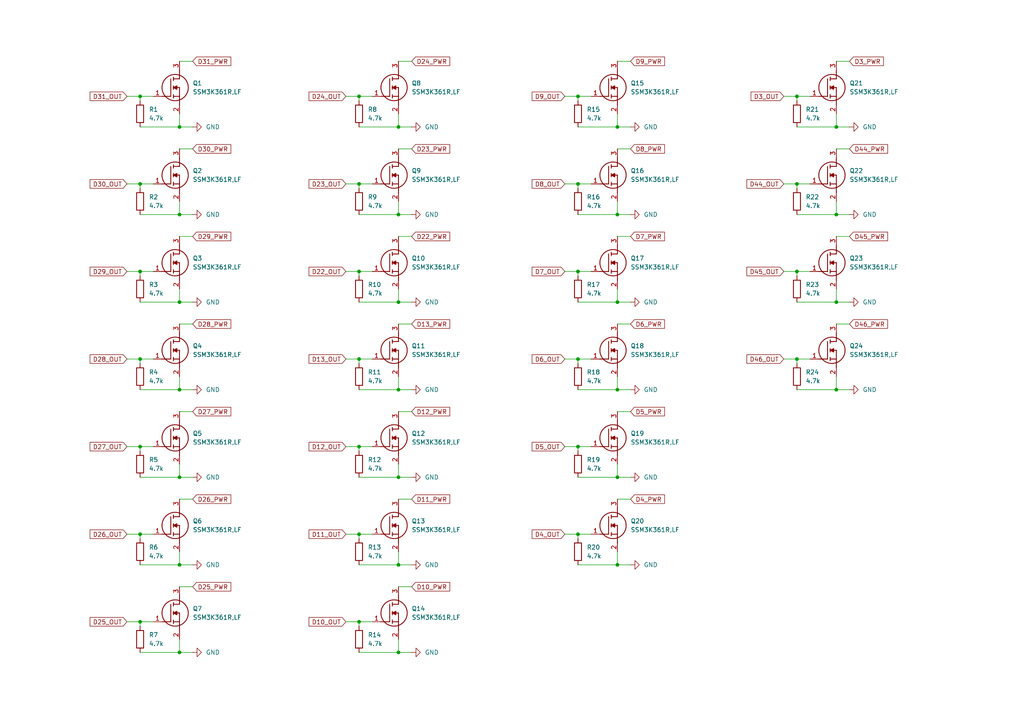
<source format=kicad_sch>
(kicad_sch (version 20250114) (generator "eeschema") (generator_version "9.0")
  (paper "A4")
  (lib_symbols
    (symbol "Device:R" (pin_numbers (hide yes)) (pin_names (offset 0))
      (property "Reference" "R" (at 2.032 0 90))
      (property "Value" "R" (at 0 0 90))
      (symbol "R_0_1"
        (rectangle (start -1.016 -2.54) (end 1.016 2.54) (stroke (width 0.254)))
      )
      (symbol "R_1_1"
        (pin passive line (at 0 3.81 270) (length 1.27) (name "~") (number "1"))
        (pin passive line (at 0 -3.81 90) (length 1.27) (name "~") (number "2"))
      )
    )
    (symbol "arduino-library:SSM3K361R,LF" (pin_names (hide yes))
      (property "Reference" "Q" (at 11.43 3.81 0))
      (property "Value" "SSM3K361R,LF" (at 11.43 1.27 0))
      (symbol "SSM3K361R,LF_1_1"
        (polyline (pts (xy 2.54 0) (xy 5.08 0)) (stroke (width 0.254)))
        (polyline (pts (xy 5.08 5.08) (xy 5.08 0)) (stroke (width 0.254)))
        (polyline (pts (xy 5.842 5.588) (xy 5.842 4.572)) (stroke (width 0.254)))
        (polyline (pts (xy 5.842 2.54) (xy 6.858 3.048) (xy 6.858 2.032) (xy 5.842 2.54)) (stroke (width 0.254)) (fill (type outline)))
        (polyline (pts (xy 5.842 2.032) (xy 5.842 3.048)) (stroke (width 0.254)))
        (polyline (pts (xy 5.842 0) (xy 7.62 0)) (stroke (width 0.254)))
        (polyline (pts (xy 5.842 -0.508) (xy 5.842 0.508)) (stroke (width 0.254)))
        (circle (center 6.35 2.54) (radius 3.81) (stroke (width 0.254)))
        (polyline (pts (xy 7.62 5.08) (xy 5.842 5.08)) (stroke (width 0.254)))
        (polyline (pts (xy 7.62 5.08) (xy 7.62 7.62)) (stroke (width 0.254)))
        (polyline (pts (xy 7.62 2.54) (xy 5.842 2.54)) (stroke (width 0.254)))
        (polyline (pts (xy 7.62 2.54) (xy 7.62 -2.54)) (stroke (width 0.254)))
        (pin passive line (at 0 0 0) (length 2.54) (name "G") (number "1"))
        (pin passive line (at 7.62 10.16 270) (length 2.54) (name "D") (number "3"))
        (pin passive line (at 7.62 -5.08 90) (length 2.54) (name "S") (number "2"))
      )
    )
    (symbol "power:GND" (power) (pin_numbers (hide yes)) (pin_names (offset 0) (hide yes))
      (property "Value" "GND" (at 0 -3.81 0))
      (symbol "GND_0_1"
        (polyline (pts (xy 0 0) (xy 0 -1.27) (xy 1.27 -1.27) (xy 0 -2.54) (xy -1.27 -1.27) (xy 0 -1.27)))
      )
      (symbol "GND_1_1"
        (pin power_in line (at 0 0 270) (length 0) (name "~") (number "1"))
      )
    )
  )
  (junction (at 231.14 27.94))
  (junction (at 179.07 138.43))
  (junction (at 167.64 104.14))
  (junction (at 52.07 163.83))
  (junction (at 104.14 53.34))
  (junction (at 104.14 27.94))
  (junction (at 104.14 104.14))
  (junction (at 52.07 87.63))
  (junction (at 115.57 163.83))
  (junction (at 104.14 78.74))
  (junction (at 104.14 180.34))
  (junction (at 167.64 27.94))
  (junction (at 115.57 62.23))
  (junction (at 167.64 78.74))
  (junction (at 52.07 62.23))
  (junction (at 167.64 53.34))
  (junction (at 52.07 138.43))
  (junction (at 179.07 163.83))
  (junction (at 242.57 113.03))
  (junction (at 167.64 129.54))
  (junction (at 52.07 189.23))
  (junction (at 167.64 154.94))
  (junction (at 115.57 189.23))
  (junction (at 40.64 154.94))
  (junction (at 40.64 53.34))
  (junction (at 231.14 78.74))
  (junction (at 40.64 27.94))
  (junction (at 115.57 36.83))
  (junction (at 40.64 129.54))
  (junction (at 242.57 62.23))
  (junction (at 179.07 87.63))
  (junction (at 115.57 113.03))
  (junction (at 242.57 87.63))
  (junction (at 52.07 113.03))
  (junction (at 115.57 138.43))
  (junction (at 179.07 62.23))
  (junction (at 231.14 53.34))
  (junction (at 231.14 104.14))
  (junction (at 104.14 154.94))
  (junction (at 242.57 36.83))
  (junction (at 40.64 180.34))
  (junction (at 40.64 78.74))
  (junction (at 179.07 113.03))
  (junction (at 52.07 36.83))
  (junction (at 40.64 104.14))
  (junction (at 179.07 36.83))
  (junction (at 115.57 87.63))
  (junction (at 104.14 129.54))
  (wire (pts (xy 179.07 144.78) (xy 182.88 144.78)))
  (wire (pts (xy 167.64 53.34) (xy 167.64 54.61)))
  (wire (pts (xy 52.07 113.03) (xy 52.07 109.22)))
  (wire (pts (xy 36.83 27.94) (xy 40.64 27.94)))
  (wire (pts (xy 104.14 104.14) (xy 107.95 104.14)))
  (wire (pts (xy 242.57 43.18) (xy 246.38 43.18)))
  (wire (pts (xy 179.07 93.98) (xy 182.88 93.98)))
  (wire (pts (xy 104.14 163.83) (xy 115.57 163.83)))
  (wire (pts (xy 104.14 113.03) (xy 115.57 113.03)))
  (wire (pts (xy 242.57 62.23) (xy 242.57 58.42)))
  (wire (pts (xy 115.57 138.43) (xy 119.38 138.43)))
  (wire (pts (xy 100.33 104.14) (xy 104.14 104.14)))
  (wire (pts (xy 40.64 27.94) (xy 44.45 27.94)))
  (wire (pts (xy 227.33 27.94) (xy 231.14 27.94)))
  (wire (pts (xy 104.14 78.74) (xy 104.14 80.01)))
  (wire (pts (xy 167.64 27.94) (xy 171.45 27.94)))
  (wire (pts (xy 179.07 138.43) (xy 182.88 138.43)))
  (wire (pts (xy 52.07 62.23) (xy 55.88 62.23)))
  (wire (pts (xy 40.64 27.94) (xy 40.64 29.21)))
  (wire (pts (xy 104.14 27.94) (xy 107.95 27.94)))
  (wire (pts (xy 104.14 78.74) (xy 107.95 78.74)))
  (wire (pts (xy 104.14 129.54) (xy 107.95 129.54)))
  (wire (pts (xy 179.07 113.03) (xy 179.07 109.22)))
  (wire (pts (xy 231.14 62.23) (xy 242.57 62.23)))
  (wire (pts (xy 104.14 62.23) (xy 115.57 62.23)))
  (wire (pts (xy 40.64 87.63) (xy 52.07 87.63)))
  (wire (pts (xy 40.64 113.03) (xy 52.07 113.03)))
  (wire (pts (xy 52.07 163.83) (xy 55.88 163.83)))
  (wire (pts (xy 167.64 113.03) (xy 179.07 113.03)))
  (wire (pts (xy 115.57 113.03) (xy 119.38 113.03)))
  (wire (pts (xy 167.64 62.23) (xy 179.07 62.23)))
  (wire (pts (xy 231.14 113.03) (xy 242.57 113.03)))
  (wire (pts (xy 179.07 138.43) (xy 179.07 134.62)))
  (wire (pts (xy 52.07 144.78) (xy 55.88 144.78)))
  (wire (pts (xy 167.64 154.94) (xy 171.45 154.94)))
  (wire (pts (xy 40.64 129.54) (xy 40.64 130.81)))
  (wire (pts (xy 167.64 87.63) (xy 179.07 87.63)))
  (wire (pts (xy 115.57 189.23) (xy 119.38 189.23)))
  (wire (pts (xy 115.57 93.98) (xy 119.38 93.98)))
  (wire (pts (xy 52.07 163.83) (xy 52.07 160.02)))
  (wire (pts (xy 167.64 27.94) (xy 167.64 29.21)))
  (wire (pts (xy 179.07 119.38) (xy 182.88 119.38)))
  (wire (pts (xy 179.07 62.23) (xy 182.88 62.23)))
  (wire (pts (xy 40.64 129.54) (xy 44.45 129.54)))
  (wire (pts (xy 167.64 104.14) (xy 167.64 105.41)))
  (wire (pts (xy 242.57 113.03) (xy 246.38 113.03)))
  (wire (pts (xy 179.07 62.23) (xy 179.07 58.42)))
  (wire (pts (xy 104.14 154.94) (xy 104.14 156.21)))
  (wire (pts (xy 179.07 43.18) (xy 182.88 43.18)))
  (wire (pts (xy 104.14 104.14) (xy 104.14 105.41)))
  (wire (pts (xy 167.64 138.43) (xy 179.07 138.43)))
  (wire (pts (xy 36.83 129.54) (xy 40.64 129.54)))
  (wire (pts (xy 100.33 129.54) (xy 104.14 129.54)))
  (wire (pts (xy 231.14 53.34) (xy 234.95 53.34)))
  (wire (pts (xy 227.33 53.34) (xy 231.14 53.34)))
  (wire (pts (xy 36.83 104.14) (xy 40.64 104.14)))
  (wire (pts (xy 40.64 154.94) (xy 40.64 156.21)))
  (wire (pts (xy 231.14 53.34) (xy 231.14 54.61)))
  (wire (pts (xy 40.64 53.34) (xy 44.45 53.34)))
  (wire (pts (xy 163.83 27.94) (xy 167.64 27.94)))
  (wire (pts (xy 242.57 87.63) (xy 242.57 83.82)))
  (wire (pts (xy 167.64 78.74) (xy 167.64 80.01)))
  (wire (pts (xy 179.07 163.83) (xy 179.07 160.02)))
  (wire (pts (xy 163.83 129.54) (xy 167.64 129.54)))
  (wire (pts (xy 36.83 53.34) (xy 40.64 53.34)))
  (wire (pts (xy 163.83 104.14) (xy 167.64 104.14)))
  (wire (pts (xy 242.57 62.23) (xy 246.38 62.23)))
  (wire (pts (xy 231.14 104.14) (xy 231.14 105.41)))
  (wire (pts (xy 231.14 78.74) (xy 231.14 80.01)))
  (wire (pts (xy 115.57 189.23) (xy 115.57 185.42)))
  (wire (pts (xy 163.83 78.74) (xy 167.64 78.74)))
  (wire (pts (xy 242.57 36.83) (xy 242.57 33.02)))
  (wire (pts (xy 231.14 27.94) (xy 234.95 27.94)))
  (wire (pts (xy 163.83 154.94) (xy 167.64 154.94)))
  (wire (pts (xy 231.14 104.14) (xy 234.95 104.14)))
  (wire (pts (xy 40.64 62.23) (xy 52.07 62.23)))
  (wire (pts (xy 115.57 144.78) (xy 119.38 144.78)))
  (wire (pts (xy 36.83 180.34) (xy 40.64 180.34)))
  (wire (pts (xy 167.64 129.54) (xy 167.64 130.81)))
  (wire (pts (xy 179.07 87.63) (xy 179.07 83.82)))
  (wire (pts (xy 52.07 87.63) (xy 55.88 87.63)))
  (wire (pts (xy 104.14 53.34) (xy 107.95 53.34)))
  (wire (pts (xy 242.57 87.63) (xy 246.38 87.63)))
  (wire (pts (xy 52.07 138.43) (xy 52.07 134.62)))
  (wire (pts (xy 52.07 138.43) (xy 55.88 138.43)))
  (wire (pts (xy 40.64 180.34) (xy 44.45 180.34)))
  (wire (pts (xy 104.14 180.34) (xy 107.95 180.34)))
  (wire (pts (xy 40.64 104.14) (xy 40.64 105.41)))
  (wire (pts (xy 115.57 163.83) (xy 115.57 160.02)))
  (wire (pts (xy 167.64 36.83) (xy 179.07 36.83)))
  (wire (pts (xy 231.14 36.83) (xy 242.57 36.83)))
  (wire (pts (xy 104.14 53.34) (xy 104.14 54.61)))
  (wire (pts (xy 115.57 119.38) (xy 119.38 119.38)))
  (wire (pts (xy 40.64 163.83) (xy 52.07 163.83)))
  (wire (pts (xy 242.57 17.78) (xy 246.38 17.78)))
  (wire (pts (xy 179.07 36.83) (xy 182.88 36.83)))
  (wire (pts (xy 179.07 163.83) (xy 182.88 163.83)))
  (wire (pts (xy 242.57 113.03) (xy 242.57 109.22)))
  (wire (pts (xy 52.07 189.23) (xy 52.07 185.42)))
  (wire (pts (xy 52.07 170.18) (xy 55.88 170.18)))
  (wire (pts (xy 179.07 68.58) (xy 182.88 68.58)))
  (wire (pts (xy 167.64 163.83) (xy 179.07 163.83)))
  (wire (pts (xy 104.14 138.43) (xy 115.57 138.43)))
  (wire (pts (xy 104.14 27.94) (xy 104.14 29.21)))
  (wire (pts (xy 179.07 87.63) (xy 182.88 87.63)))
  (wire (pts (xy 115.57 138.43) (xy 115.57 134.62)))
  (wire (pts (xy 40.64 36.83) (xy 52.07 36.83)))
  (wire (pts (xy 115.57 36.83) (xy 119.38 36.83)))
  (wire (pts (xy 40.64 138.43) (xy 52.07 138.43)))
  (wire (pts (xy 115.57 170.18) (xy 119.38 170.18)))
  (wire (pts (xy 104.14 87.63) (xy 115.57 87.63)))
  (wire (pts (xy 242.57 68.58) (xy 246.38 68.58)))
  (wire (pts (xy 100.33 154.94) (xy 104.14 154.94)))
  (wire (pts (xy 115.57 113.03) (xy 115.57 109.22)))
  (wire (pts (xy 52.07 36.83) (xy 52.07 33.02)))
  (wire (pts (xy 40.64 53.34) (xy 40.64 54.61)))
  (wire (pts (xy 40.64 78.74) (xy 40.64 80.01)))
  (wire (pts (xy 100.33 78.74) (xy 104.14 78.74)))
  (wire (pts (xy 242.57 93.98) (xy 246.38 93.98)))
  (wire (pts (xy 52.07 119.38) (xy 55.88 119.38)))
  (wire (pts (xy 100.33 53.34) (xy 104.14 53.34)))
  (wire (pts (xy 115.57 62.23) (xy 115.57 58.42)))
  (wire (pts (xy 52.07 189.23) (xy 55.88 189.23)))
  (wire (pts (xy 100.33 180.34) (xy 104.14 180.34)))
  (wire (pts (xy 104.14 154.94) (xy 107.95 154.94)))
  (wire (pts (xy 104.14 189.23) (xy 115.57 189.23)))
  (wire (pts (xy 167.64 154.94) (xy 167.64 156.21)))
  (wire (pts (xy 52.07 113.03) (xy 55.88 113.03)))
  (wire (pts (xy 163.83 53.34) (xy 167.64 53.34)))
  (wire (pts (xy 115.57 87.63) (xy 119.38 87.63)))
  (wire (pts (xy 231.14 87.63) (xy 242.57 87.63)))
  (wire (pts (xy 167.64 129.54) (xy 171.45 129.54)))
  (wire (pts (xy 242.57 36.83) (xy 246.38 36.83)))
  (wire (pts (xy 115.57 36.83) (xy 115.57 33.02)))
  (wire (pts (xy 227.33 104.14) (xy 231.14 104.14)))
  (wire (pts (xy 167.64 53.34) (xy 171.45 53.34)))
  (wire (pts (xy 40.64 154.94) (xy 44.45 154.94)))
  (wire (pts (xy 179.07 36.83) (xy 179.07 33.02)))
  (wire (pts (xy 167.64 104.14) (xy 171.45 104.14)))
  (wire (pts (xy 115.57 43.18) (xy 119.38 43.18)))
  (wire (pts (xy 167.64 78.74) (xy 171.45 78.74)))
  (wire (pts (xy 104.14 129.54) (xy 104.14 130.81)))
  (wire (pts (xy 40.64 180.34) (xy 40.64 181.61)))
  (wire (pts (xy 36.83 154.94) (xy 40.64 154.94)))
  (wire (pts (xy 104.14 36.83) (xy 115.57 36.83)))
  (wire (pts (xy 52.07 62.23) (xy 52.07 58.42)))
  (wire (pts (xy 231.14 27.94) (xy 231.14 29.21)))
  (wire (pts (xy 52.07 17.78) (xy 55.88 17.78)))
  (wire (pts (xy 115.57 62.23) (xy 119.38 62.23)))
  (wire (pts (xy 52.07 68.58) (xy 55.88 68.58)))
  (wire (pts (xy 227.33 78.74) (xy 231.14 78.74)))
  (wire (pts (xy 115.57 87.63) (xy 115.57 83.82)))
  (wire (pts (xy 40.64 189.23) (xy 52.07 189.23)))
  (wire (pts (xy 40.64 78.74) (xy 44.45 78.74)))
  (wire (pts (xy 179.07 17.78) (xy 182.88 17.78)))
  (wire (pts (xy 100.33 27.94) (xy 104.14 27.94)))
  (wire (pts (xy 231.14 78.74) (xy 234.95 78.74)))
  (wire (pts (xy 179.07 113.03) (xy 182.88 113.03)))
  (wire (pts (xy 115.57 17.78) (xy 119.38 17.78)))
  (wire (pts (xy 52.07 87.63) (xy 52.07 83.82)))
  (wire (pts (xy 36.83 78.74) (xy 40.64 78.74)))
  (wire (pts (xy 104.14 180.34) (xy 104.14 181.61)))
  (wire (pts (xy 52.07 43.18) (xy 55.88 43.18)))
  (wire (pts (xy 115.57 163.83) (xy 119.38 163.83)))
  (wire (pts (xy 40.64 104.14) (xy 44.45 104.14)))
  (wire (pts (xy 52.07 36.83) (xy 55.88 36.83)))
  (wire (pts (xy 52.07 93.98) (xy 55.88 93.98)))
  (wire (pts (xy 115.57 68.58) (xy 119.38 68.58)))
  (global_label "D8_OUT" (shape input) (at 163.83 53.34 180) (property "Intersheetrefs" "${INTERSHEET_REFS}" (effects (hide yes))))
  (global_label "D6_OUT" (shape input) (at 163.83 104.14 180) (property "Intersheetrefs" "${INTERSHEET_REFS}" (effects (hide yes))))
  (global_label "D30_PWR" (shape input) (at 55.88 43.18 0) (property "Intersheetrefs" "${INTERSHEET_REFS}" (effects (hide yes))))
  (global_label "D3_PWR" (shape input) (at 246.38 17.78 0) (property "Intersheetrefs" "${INTERSHEET_REFS}" (effects (hide yes))))
  (global_label "D45_OUT" (shape input) (at 227.33 78.74 180) (property "Intersheetrefs" "${INTERSHEET_REFS}" (effects (hide yes))))
  (global_label "D23_PWR" (shape input) (at 119.38 43.18 0) (property "Intersheetrefs" "${INTERSHEET_REFS}" (effects (hide yes))))
  (global_label "D9_PWR" (shape input) (at 182.88 17.78 0) (property "Intersheetrefs" "${INTERSHEET_REFS}" (effects (hide yes))))
  (global_label "D44_OUT" (shape input) (at 227.33 53.34 180) (property "Intersheetrefs" "${INTERSHEET_REFS}" (effects (hide yes))))
  (global_label "D46_OUT" (shape input) (at 227.33 104.14 180) (property "Intersheetrefs" "${INTERSHEET_REFS}" (effects (hide yes))))
  (global_label "D13_PWR" (shape input) (at 119.38 93.98 0) (property "Intersheetrefs" "${INTERSHEET_REFS}" (effects (hide yes))))
  (global_label "D12_PWR" (shape input) (at 119.38 119.38 0) (property "Intersheetrefs" "${INTERSHEET_REFS}" (effects (hide yes))))
  (global_label "D9_OUT" (shape input) (at 163.83 27.94 180) (property "Intersheetrefs" "${INTERSHEET_REFS}" (effects (hide yes))))
  (global_label "D6_PWR" (shape input) (at 182.88 93.98 0) (property "Intersheetrefs" "${INTERSHEET_REFS}" (effects (hide yes))))
  (global_label "D24_PWR" (shape input) (at 119.38 17.78 0) (property "Intersheetrefs" "${INTERSHEET_REFS}" (effects (hide yes))))
  (global_label "D25_OUT" (shape input) (at 36.83 180.34 180) (property "Intersheetrefs" "${INTERSHEET_REFS}" (effects (hide yes))))
  (global_label "D12_OUT" (shape input) (at 100.33 129.54 180) (property "Intersheetrefs" "${INTERSHEET_REFS}" (effects (hide yes))))
  (global_label "D25_PWR" (shape input) (at 55.88 170.18 0) (property "Intersheetrefs" "${INTERSHEET_REFS}" (effects (hide yes))))
  (global_label "D5_PWR" (shape input) (at 182.88 119.38 0) (property "Intersheetrefs" "${INTERSHEET_REFS}" (effects (hide yes))))
  (global_label "D24_OUT" (shape input) (at 100.33 27.94 180) (property "Intersheetrefs" "${INTERSHEET_REFS}" (effects (hide yes))))
  (global_label "D23_OUT" (shape input) (at 100.33 53.34 180) (property "Intersheetrefs" "${INTERSHEET_REFS}" (effects (hide yes))))
  (global_label "D10_PWR" (shape input) (at 119.38 170.18 0) (property "Intersheetrefs" "${INTERSHEET_REFS}" (effects (hide yes))))
  (global_label "D45_PWR" (shape input) (at 246.38 68.58 0) (property "Intersheetrefs" "${INTERSHEET_REFS}" (effects (hide yes))))
  (global_label "D7_OUT" (shape input) (at 163.83 78.74 180) (property "Intersheetrefs" "${INTERSHEET_REFS}" (effects (hide yes))))
  (global_label "D4_OUT" (shape input) (at 163.83 154.94 180) (property "Intersheetrefs" "${INTERSHEET_REFS}" (effects (hide yes))))
  (global_label "D29_PWR" (shape input) (at 55.88 68.58 0) (property "Intersheetrefs" "${INTERSHEET_REFS}" (effects (hide yes))))
  (global_label "D31_OUT" (shape input) (at 36.83 27.94 180) (property "Intersheetrefs" "${INTERSHEET_REFS}" (effects (hide yes))))
  (global_label "D10_OUT" (shape input) (at 100.33 180.34 180) (property "Intersheetrefs" "${INTERSHEET_REFS}" (effects (hide yes))))
  (global_label "D28_OUT" (shape input) (at 36.83 104.14 180) (property "Intersheetrefs" "${INTERSHEET_REFS}" (effects (hide yes))))
  (global_label "D26_PWR" (shape input) (at 55.88 144.78 0) (property "Intersheetrefs" "${INTERSHEET_REFS}" (effects (hide yes))))
  (global_label "D8_PWR" (shape input) (at 182.88 43.18 0) (property "Intersheetrefs" "${INTERSHEET_REFS}" (effects (hide yes))))
  (global_label "D22_PWR" (shape input) (at 119.38 68.58 0) (property "Intersheetrefs" "${INTERSHEET_REFS}" (effects (hide yes))))
  (global_label "D31_PWR" (shape input) (at 55.88 17.78 0) (property "Intersheetrefs" "${INTERSHEET_REFS}" (effects (hide yes))))
  (global_label "D22_OUT" (shape input) (at 100.33 78.74 180) (property "Intersheetrefs" "${INTERSHEET_REFS}" (effects (hide yes))))
  (global_label "D4_PWR" (shape input) (at 182.88 144.78 0) (property "Intersheetrefs" "${INTERSHEET_REFS}" (effects (hide yes))))
  (global_label "D7_PWR" (shape input) (at 182.88 68.58 0) (property "Intersheetrefs" "${INTERSHEET_REFS}" (effects (hide yes))))
  (global_label "D13_OUT" (shape input) (at 100.33 104.14 180) (property "Intersheetrefs" "${INTERSHEET_REFS}" (effects (hide yes))))
  (global_label "D30_OUT" (shape input) (at 36.83 53.34 180) (property "Intersheetrefs" "${INTERSHEET_REFS}" (effects (hide yes))))
  (global_label "D11_PWR" (shape input) (at 119.38 144.78 0) (property "Intersheetrefs" "${INTERSHEET_REFS}" (effects (hide yes))))
  (global_label "D5_OUT" (shape input) (at 163.83 129.54 180) (property "Intersheetrefs" "${INTERSHEET_REFS}" (effects (hide yes))))
  (global_label "D28_PWR" (shape input) (at 55.88 93.98 0) (property "Intersheetrefs" "${INTERSHEET_REFS}" (effects (hide yes))))
  (global_label "D46_PWR" (shape input) (at 246.38 93.98 0) (property "Intersheetrefs" "${INTERSHEET_REFS}" (effects (hide yes))))
  (global_label "D26_OUT" (shape input) (at 36.83 154.94 180) (property "Intersheetrefs" "${INTERSHEET_REFS}" (effects (hide yes))))
  (global_label "D3_OUT" (shape input) (at 227.33 27.94 180) (property "Intersheetrefs" "${INTERSHEET_REFS}" (effects (hide yes))))
  (global_label "D27_OUT" (shape input) (at 36.83 129.54 180) (property "Intersheetrefs" "${INTERSHEET_REFS}" (effects (hide yes))))
  (global_label "D27_PWR" (shape input) (at 55.88 119.38 0) (property "Intersheetrefs" "${INTERSHEET_REFS}" (effects (hide yes))))
  (global_label "D11_OUT" (shape input) (at 100.33 154.94 180) (property "Intersheetrefs" "${INTERSHEET_REFS}" (effects (hide yes))))
  (global_label "D44_PWR" (shape input) (at 246.38 43.18 0) (property "Intersheetrefs" "${INTERSHEET_REFS}" (effects (hide yes))))
  (global_label "D29_OUT" (shape input) (at 36.83 78.74 180) (property "Intersheetrefs" "${INTERSHEET_REFS}" (effects (hide yes))))
  (symbol (lib_id "arduino-library:SSM3K361R,LF") (at 44.45 78.74 0) (unit 1)
    (property "Reference" "Q3" (at 55.88 74.9299 0) (effects (justify left)))
    (property "Value" "SSM3K361R,LF" (at 55.88 77.4699 0) (effects (justify left)))
    (property "Footprint" "InverterCom:SOT95P240X88-3N" (effects (hide yes)))
    (property "Datasheet" "http://toshiba.semicon-storage.com/info/docget.jsp?did=36685&prodName=SSM3K361R" (effects (hide yes)))
    (property "Description" "Silicon N-channel MOS Power Management Switches DC-DC Converters" (effects (hide yes)))
    (property "Height" "0.88" (effects (hide yes)))
    (property "Mouser Part Number" "757-SSM3K361RLF" (effects (hide yes)))
    (property "Mouser Price/Stock" "https://www.mouser.co.uk/ProductDetail/Toshiba/SSM3K361RLF?qs=kdd6aVn74hzchJRi%252BUbybA%3D%3D" (effects (hide yes)))
    (property "Manufacturer_Name" "Toshiba" (effects (hide yes)))
    (property "Manufacturer_Part_Number" "SSM3K361R,LF" (effects (hide yes)))
  )
  (symbol (lib_id "power:GND") (at 182.88 113.03 90) (unit 1)
    (property "Reference" "#PWR023" (effects (hide yes)))
    (property "Value" "GND" (at 186.69 113.0299 90) (effects (justify right)))
    (property "Description" "Power symbol creates a global label with name \"GND\" , ground" (effects (hide yes)))
  )
  (symbol (lib_id "power:GND") (at 246.38 36.83 90) (unit 1)
    (property "Reference" "#PWR026" (effects (hide yes)))
    (property "Value" "GND" (at 250.19 36.8299 90) (effects (justify right)))
    (property "Description" "Power symbol creates a global label with name \"GND\" , ground" (effects (hide yes)))
  )
  (symbol (lib_id "Device:R") (at 231.14 58.42 0) (unit 1)
    (property "Reference" "R22" (at 233.68 57.1499 0) (effects (justify left)))
    (property "Value" "4.7k" (at 233.68 59.6899 0) (effects (justify left)))
    (property "Footprint" "Resistor_SMD:R_1210_3225Metric_Pad1.30x2.65mm_HandSolder" (effects (hide yes)))
    (property "Description" "Resistor" (effects (hide yes)))
  )
  (symbol (lib_id "arduino-library:SSM3K361R,LF") (at 44.45 27.94 0) (unit 1)
    (property "Reference" "Q1" (at 55.88 24.1299 0) (effects (justify left)))
    (property "Value" "SSM3K361R,LF" (at 55.88 26.6699 0) (effects (justify left)))
    (property "Footprint" "InverterCom:SOT95P240X88-3N" (effects (hide yes)))
    (property "Datasheet" "http://toshiba.semicon-storage.com/info/docget.jsp?did=36685&prodName=SSM3K361R" (effects (hide yes)))
    (property "Description" "Silicon N-channel MOS Power Management Switches DC-DC Converters" (effects (hide yes)))
    (property "Height" "0.88" (effects (hide yes)))
    (property "Mouser Part Number" "757-SSM3K361RLF" (effects (hide yes)))
    (property "Mouser Price/Stock" "https://www.mouser.co.uk/ProductDetail/Toshiba/SSM3K361RLF?qs=kdd6aVn74hzchJRi%252BUbybA%3D%3D" (effects (hide yes)))
    (property "Manufacturer_Name" "Toshiba" (effects (hide yes)))
    (property "Manufacturer_Part_Number" "SSM3K361R,LF" (effects (hide yes)))
  )
  (symbol (lib_id "arduino-library:SSM3K361R,LF") (at 171.45 78.74 0) (unit 1)
    (property "Reference" "Q17" (at 182.88 74.9299 0) (effects (justify left)))
    (property "Value" "SSM3K361R,LF" (at 182.88 77.4699 0) (effects (justify left)))
    (property "Footprint" "InverterCom:SOT95P240X88-3N" (effects (hide yes)))
    (property "Datasheet" "http://toshiba.semicon-storage.com/info/docget.jsp?did=36685&prodName=SSM3K361R" (effects (hide yes)))
    (property "Description" "Silicon N-channel MOS Power Management Switches DC-DC Converters" (effects (hide yes)))
    (property "Height" "0.88" (effects (hide yes)))
    (property "Mouser Part Number" "757-SSM3K361RLF" (effects (hide yes)))
    (property "Mouser Price/Stock" "https://www.mouser.co.uk/ProductDetail/Toshiba/SSM3K361RLF?qs=kdd6aVn74hzchJRi%252BUbybA%3D%3D" (effects (hide yes)))
    (property "Manufacturer_Name" "Toshiba" (effects (hide yes)))
    (property "Manufacturer_Part_Number" "SSM3K361R,LF" (effects (hide yes)))
  )
  (symbol (lib_id "arduino-library:SSM3K361R,LF") (at 107.95 53.34 0) (unit 1)
    (property "Reference" "Q9" (at 119.38 49.5299 0) (effects (justify left)))
    (property "Value" "SSM3K361R,LF" (at 119.38 52.0699 0) (effects (justify left)))
    (property "Footprint" "InverterCom:SOT95P240X88-3N" (effects (hide yes)))
    (property "Datasheet" "http://toshiba.semicon-storage.com/info/docget.jsp?did=36685&prodName=SSM3K361R" (effects (hide yes)))
    (property "Description" "Silicon N-channel MOS Power Management Switches DC-DC Converters" (effects (hide yes)))
    (property "Height" "0.88" (effects (hide yes)))
    (property "Mouser Part Number" "757-SSM3K361RLF" (effects (hide yes)))
    (property "Mouser Price/Stock" "https://www.mouser.co.uk/ProductDetail/Toshiba/SSM3K361RLF?qs=kdd6aVn74hzchJRi%252BUbybA%3D%3D" (effects (hide yes)))
    (property "Manufacturer_Name" "Toshiba" (effects (hide yes)))
    (property "Manufacturer_Part_Number" "SSM3K361R,LF" (effects (hide yes)))
  )
  (symbol (lib_id "Device:R") (at 167.64 83.82 0) (unit 1)
    (property "Reference" "R17" (at 170.18 82.5499 0) (effects (justify left)))
    (property "Value" "4.7k" (at 170.18 85.0899 0) (effects (justify left)))
    (property "Footprint" "Resistor_SMD:R_1210_3225Metric_Pad1.30x2.65mm_HandSolder" (effects (hide yes)))
    (property "Description" "Resistor" (effects (hide yes)))
  )
  (symbol (lib_id "arduino-library:SSM3K361R,LF") (at 171.45 104.14 0) (unit 1)
    (property "Reference" "Q18" (at 182.88 100.3299 0) (effects (justify left)))
    (property "Value" "SSM3K361R,LF" (at 182.88 102.8699 0) (effects (justify left)))
    (property "Footprint" "InverterCom:SOT95P240X88-3N" (effects (hide yes)))
    (property "Datasheet" "http://toshiba.semicon-storage.com/info/docget.jsp?did=36685&prodName=SSM3K361R" (effects (hide yes)))
    (property "Description" "Silicon N-channel MOS Power Management Switches DC-DC Converters" (effects (hide yes)))
    (property "Height" "0.88" (effects (hide yes)))
    (property "Mouser Part Number" "757-SSM3K361RLF" (effects (hide yes)))
    (property "Mouser Price/Stock" "https://www.mouser.co.uk/ProductDetail/Toshiba/SSM3K361RLF?qs=kdd6aVn74hzchJRi%252BUbybA%3D%3D" (effects (hide yes)))
    (property "Manufacturer_Name" "Toshiba" (effects (hide yes)))
    (property "Manufacturer_Part_Number" "SSM3K361R,LF" (effects (hide yes)))
  )
  (symbol (lib_id "arduino-library:SSM3K361R,LF") (at 44.45 129.54 0) (unit 1)
    (property "Reference" "Q5" (at 55.88 125.7299 0) (effects (justify left)))
    (property "Value" "SSM3K361R,LF" (at 55.88 128.2699 0) (effects (justify left)))
    (property "Footprint" "InverterCom:SOT95P240X88-3N" (effects (hide yes)))
    (property "Datasheet" "http://toshiba.semicon-storage.com/info/docget.jsp?did=36685&prodName=SSM3K361R" (effects (hide yes)))
    (property "Description" "Silicon N-channel MOS Power Management Switches DC-DC Converters" (effects (hide yes)))
    (property "Height" "0.88" (effects (hide yes)))
    (property "Mouser Part Number" "757-SSM3K361RLF" (effects (hide yes)))
    (property "Mouser Price/Stock" "https://www.mouser.co.uk/ProductDetail/Toshiba/SSM3K361RLF?qs=kdd6aVn74hzchJRi%252BUbybA%3D%3D" (effects (hide yes)))
    (property "Manufacturer_Name" "Toshiba" (effects (hide yes)))
    (property "Manufacturer_Part_Number" "SSM3K361R,LF" (effects (hide yes)))
  )
  (symbol (lib_id "power:GND") (at 119.38 138.43 90) (unit 1)
    (property "Reference" "#PWR017" (effects (hide yes)))
    (property "Value" "GND" (at 123.19 138.4299 90) (effects (justify right)))
    (property "Description" "Power symbol creates a global label with name \"GND\" , ground" (effects (hide yes)))
  )
  (symbol (lib_id "arduino-library:SSM3K361R,LF") (at 44.45 53.34 0) (unit 1)
    (property "Reference" "Q2" (at 55.88 49.5299 0) (effects (justify left)))
    (property "Value" "SSM3K361R,LF" (at 55.88 52.0699 0) (effects (justify left)))
    (property "Footprint" "InverterCom:SOT95P240X88-3N" (effects (hide yes)))
    (property "Datasheet" "http://toshiba.semicon-storage.com/info/docget.jsp?did=36685&prodName=SSM3K361R" (effects (hide yes)))
    (property "Description" "Silicon N-channel MOS Power Management Switches DC-DC Converters" (effects (hide yes)))
    (property "Height" "0.88" (effects (hide yes)))
    (property "Mouser Part Number" "757-SSM3K361RLF" (effects (hide yes)))
    (property "Mouser Price/Stock" "https://www.mouser.co.uk/ProductDetail/Toshiba/SSM3K361RLF?qs=kdd6aVn74hzchJRi%252BUbybA%3D%3D" (effects (hide yes)))
    (property "Manufacturer_Name" "Toshiba" (effects (hide yes)))
    (property "Manufacturer_Part_Number" "SSM3K361R,LF" (effects (hide yes)))
  )
  (symbol (lib_id "arduino-library:SSM3K361R,LF") (at 107.95 78.74 0) (unit 1)
    (property "Reference" "Q10" (at 119.38 74.9299 0) (effects (justify left)))
    (property "Value" "SSM3K361R,LF" (at 119.38 77.4699 0) (effects (justify left)))
    (property "Footprint" "InverterCom:SOT95P240X88-3N" (effects (hide yes)))
    (property "Datasheet" "http://toshiba.semicon-storage.com/info/docget.jsp?did=36685&prodName=SSM3K361R" (effects (hide yes)))
    (property "Description" "Silicon N-channel MOS Power Management Switches DC-DC Converters" (effects (hide yes)))
    (property "Height" "0.88" (effects (hide yes)))
    (property "Mouser Part Number" "757-SSM3K361RLF" (effects (hide yes)))
    (property "Mouser Price/Stock" "https://www.mouser.co.uk/ProductDetail/Toshiba/SSM3K361RLF?qs=kdd6aVn74hzchJRi%252BUbybA%3D%3D" (effects (hide yes)))
    (property "Manufacturer_Name" "Toshiba" (effects (hide yes)))
    (property "Manufacturer_Part_Number" "SSM3K361R,LF" (effects (hide yes)))
  )
  (symbol (lib_id "Device:R") (at 40.64 134.62 0) (unit 1)
    (property "Reference" "R5" (at 43.18 133.3499 0) (effects (justify left)))
    (property "Value" "4.7k" (at 43.18 135.8899 0) (effects (justify left)))
    (property "Footprint" "Resistor_SMD:R_1210_3225Metric_Pad1.30x2.65mm_HandSolder" (effects (hide yes)))
    (property "Description" "Resistor" (effects (hide yes)))
  )
  (symbol (lib_id "arduino-library:SSM3K361R,LF") (at 44.45 104.14 0) (unit 1)
    (property "Reference" "Q4" (at 55.88 100.3299 0) (effects (justify left)))
    (property "Value" "SSM3K361R,LF" (at 55.88 102.8699 0) (effects (justify left)))
    (property "Footprint" "InverterCom:SOT95P240X88-3N" (effects (hide yes)))
    (property "Datasheet" "http://toshiba.semicon-storage.com/info/docget.jsp?did=36685&prodName=SSM3K361R" (effects (hide yes)))
    (property "Description" "Silicon N-channel MOS Power Management Switches DC-DC Converters" (effects (hide yes)))
    (property "Height" "0.88" (effects (hide yes)))
    (property "Mouser Part Number" "757-SSM3K361RLF" (effects (hide yes)))
    (property "Mouser Price/Stock" "https://www.mouser.co.uk/ProductDetail/Toshiba/SSM3K361RLF?qs=kdd6aVn74hzchJRi%252BUbybA%3D%3D" (effects (hide yes)))
    (property "Manufacturer_Name" "Toshiba" (effects (hide yes)))
    (property "Manufacturer_Part_Number" "SSM3K361R,LF" (effects (hide yes)))
  )
  (symbol (lib_id "power:GND") (at 119.38 163.83 90) (unit 1)
    (property "Reference" "#PWR018" (effects (hide yes)))
    (property "Value" "GND" (at 123.19 163.8299 90) (effects (justify right)))
    (property "Description" "Power symbol creates a global label with name \"GND\" , ground" (effects (hide yes)))
  )
  (symbol (lib_id "arduino-library:SSM3K361R,LF") (at 171.45 154.94 0) (unit 1)
    (property "Reference" "Q20" (at 182.88 151.1299 0) (effects (justify left)))
    (property "Value" "SSM3K361R,LF" (at 182.88 153.6699 0) (effects (justify left)))
    (property "Footprint" "InverterCom:SOT95P240X88-3N" (effects (hide yes)))
    (property "Datasheet" "http://toshiba.semicon-storage.com/info/docget.jsp?did=36685&prodName=SSM3K361R" (effects (hide yes)))
    (property "Description" "Silicon N-channel MOS Power Management Switches DC-DC Converters" (effects (hide yes)))
    (property "Height" "0.88" (effects (hide yes)))
    (property "Mouser Part Number" "757-SSM3K361RLF" (effects (hide yes)))
    (property "Mouser Price/Stock" "https://www.mouser.co.uk/ProductDetail/Toshiba/SSM3K361RLF?qs=kdd6aVn74hzchJRi%252BUbybA%3D%3D" (effects (hide yes)))
    (property "Manufacturer_Name" "Toshiba" (effects (hide yes)))
    (property "Manufacturer_Part_Number" "SSM3K361R,LF" (effects (hide yes)))
  )
  (symbol (lib_id "arduino-library:SSM3K361R,LF") (at 171.45 53.34 0) (unit 1)
    (property "Reference" "Q16" (at 182.88 49.5299 0) (effects (justify left)))
    (property "Value" "SSM3K361R,LF" (at 182.88 52.0699 0) (effects (justify left)))
    (property "Footprint" "InverterCom:SOT95P240X88-3N" (effects (hide yes)))
    (property "Datasheet" "http://toshiba.semicon-storage.com/info/docget.jsp?did=36685&prodName=SSM3K361R" (effects (hide yes)))
    (property "Description" "Silicon N-channel MOS Power Management Switches DC-DC Converters" (effects (hide yes)))
    (property "Height" "0.88" (effects (hide yes)))
    (property "Mouser Part Number" "757-SSM3K361RLF" (effects (hide yes)))
    (property "Mouser Price/Stock" "https://www.mouser.co.uk/ProductDetail/Toshiba/SSM3K361RLF?qs=kdd6aVn74hzchJRi%252BUbybA%3D%3D" (effects (hide yes)))
    (property "Manufacturer_Name" "Toshiba" (effects (hide yes)))
    (property "Manufacturer_Part_Number" "SSM3K361R,LF" (effects (hide yes)))
  )
  (symbol (lib_id "Device:R") (at 40.64 185.42 0) (unit 1)
    (property "Reference" "R7" (at 43.18 184.1499 0) (effects (justify left)))
    (property "Value" "4.7k" (at 43.18 186.6899 0) (effects (justify left)))
    (property "Footprint" "Resistor_SMD:R_1210_3225Metric_Pad1.30x2.65mm_HandSolder" (effects (hide yes)))
    (property "Description" "Resistor" (effects (hide yes)))
  )
  (symbol (lib_id "arduino-library:SSM3K361R,LF") (at 107.95 180.34 0) (unit 1)
    (property "Reference" "Q14" (at 119.38 176.5299 0) (effects (justify left)))
    (property "Value" "SSM3K361R,LF" (at 119.38 179.0699 0) (effects (justify left)))
    (property "Footprint" "InverterCom:SOT95P240X88-3N" (effects (hide yes)))
    (property "Datasheet" "http://toshiba.semicon-storage.com/info/docget.jsp?did=36685&prodName=SSM3K361R" (effects (hide yes)))
    (property "Description" "Silicon N-channel MOS Power Management Switches DC-DC Converters" (effects (hide yes)))
    (property "Height" "0.88" (effects (hide yes)))
    (property "Mouser Part Number" "757-SSM3K361RLF" (effects (hide yes)))
    (property "Mouser Price/Stock" "https://www.mouser.co.uk/ProductDetail/Toshiba/SSM3K361RLF?qs=kdd6aVn74hzchJRi%252BUbybA%3D%3D" (effects (hide yes)))
    (property "Manufacturer_Name" "Toshiba" (effects (hide yes)))
    (property "Manufacturer_Part_Number" "SSM3K361R,LF" (effects (hide yes)))
  )
  (symbol (lib_id "Device:R") (at 104.14 83.82 0) (unit 1)
    (property "Reference" "R10" (at 106.68 82.5499 0) (effects (justify left)))
    (property "Value" "4.7k" (at 106.68 85.0899 0) (effects (justify left)))
    (property "Footprint" "Resistor_SMD:R_1210_3225Metric_Pad1.30x2.65mm_HandSolder" (effects (hide yes)))
    (property "Description" "Resistor" (effects (hide yes)))
  )
  (symbol (lib_id "power:GND") (at 182.88 138.43 90) (unit 1)
    (property "Reference" "#PWR024" (effects (hide yes)))
    (property "Value" "GND" (at 186.69 138.4299 90) (effects (justify right)))
    (property "Description" "Power symbol creates a global label with name \"GND\" , ground" (effects (hide yes)))
  )
  (symbol (lib_id "power:GND") (at 182.88 163.83 90) (unit 1)
    (property "Reference" "#PWR025" (effects (hide yes)))
    (property "Value" "GND" (at 186.69 163.8299 90) (effects (justify right)))
    (property "Description" "Power symbol creates a global label with name \"GND\" , ground" (effects (hide yes)))
  )
  (symbol (lib_id "power:GND") (at 55.88 189.23 90) (unit 1)
    (property "Reference" "#PWR012" (effects (hide yes)))
    (property "Value" "GND" (at 59.69 189.2299 90) (effects (justify right)))
    (property "Description" "Power symbol creates a global label with name \"GND\" , ground" (effects (hide yes)))
  )
  (symbol (lib_id "arduino-library:SSM3K361R,LF") (at 171.45 129.54 0) (unit 1)
    (property "Reference" "Q19" (at 182.88 125.7299 0) (effects (justify left)))
    (property "Value" "SSM3K361R,LF" (at 182.88 128.2699 0) (effects (justify left)))
    (property "Footprint" "InverterCom:SOT95P240X88-3N" (effects (hide yes)))
    (property "Datasheet" "http://toshiba.semicon-storage.com/info/docget.jsp?did=36685&prodName=SSM3K361R" (effects (hide yes)))
    (property "Description" "Silicon N-channel MOS Power Management Switches DC-DC Converters" (effects (hide yes)))
    (property "Height" "0.88" (effects (hide yes)))
    (property "Mouser Part Number" "757-SSM3K361RLF" (effects (hide yes)))
    (property "Mouser Price/Stock" "https://www.mouser.co.uk/ProductDetail/Toshiba/SSM3K361RLF?qs=kdd6aVn74hzchJRi%252BUbybA%3D%3D" (effects (hide yes)))
    (property "Manufacturer_Name" "Toshiba" (effects (hide yes)))
    (property "Manufacturer_Part_Number" "SSM3K361R,LF" (effects (hide yes)))
  )
  (symbol (lib_id "Device:R") (at 104.14 134.62 0) (unit 1)
    (property "Reference" "R12" (at 106.68 133.3499 0) (effects (justify left)))
    (property "Value" "4.7k" (at 106.68 135.8899 0) (effects (justify left)))
    (property "Footprint" "Resistor_SMD:R_1210_3225Metric_Pad1.30x2.65mm_HandSolder" (effects (hide yes)))
    (property "Description" "Resistor" (effects (hide yes)))
  )
  (symbol (lib_id "arduino-library:SSM3K361R,LF") (at 44.45 180.34 0) (unit 1)
    (property "Reference" "Q7" (at 55.88 176.5299 0) (effects (justify left)))
    (property "Value" "SSM3K361R,LF" (at 55.88 179.0699 0) (effects (justify left)))
    (property "Footprint" "InverterCom:SOT95P240X88-3N" (effects (hide yes)))
    (property "Datasheet" "http://toshiba.semicon-storage.com/info/docget.jsp?did=36685&prodName=SSM3K361R" (effects (hide yes)))
    (property "Description" "Silicon N-channel MOS Power Management Switches DC-DC Converters" (effects (hide yes)))
    (property "Height" "0.88" (effects (hide yes)))
    (property "Mouser Part Number" "757-SSM3K361RLF" (effects (hide yes)))
    (property "Mouser Price/Stock" "https://www.mouser.co.uk/ProductDetail/Toshiba/SSM3K361RLF?qs=kdd6aVn74hzchJRi%252BUbybA%3D%3D" (effects (hide yes)))
    (property "Manufacturer_Name" "Toshiba" (effects (hide yes)))
    (property "Manufacturer_Part_Number" "SSM3K361R,LF" (effects (hide yes)))
  )
  (symbol (lib_id "power:GND") (at 119.38 62.23 90) (unit 1)
    (property "Reference" "#PWR014" (effects (hide yes)))
    (property "Value" "GND" (at 123.19 62.2299 90) (effects (justify right)))
    (property "Description" "Power symbol creates a global label with name \"GND\" , ground" (effects (hide yes)))
  )
  (symbol (lib_id "arduino-library:SSM3K361R,LF") (at 171.45 27.94 0) (unit 1)
    (property "Reference" "Q15" (at 182.88 24.1299 0) (effects (justify left)))
    (property "Value" "SSM3K361R,LF" (at 182.88 26.6699 0) (effects (justify left)))
    (property "Footprint" "InverterCom:SOT95P240X88-3N" (effects (hide yes)))
    (property "Datasheet" "http://toshiba.semicon-storage.com/info/docget.jsp?did=36685&prodName=SSM3K361R" (effects (hide yes)))
    (property "Description" "Silicon N-channel MOS Power Management Switches DC-DC Converters" (effects (hide yes)))
    (property "Height" "0.88" (effects (hide yes)))
    (property "Mouser Part Number" "757-SSM3K361RLF" (effects (hide yes)))
    (property "Mouser Price/Stock" "https://www.mouser.co.uk/ProductDetail/Toshiba/SSM3K361RLF?qs=kdd6aVn74hzchJRi%252BUbybA%3D%3D" (effects (hide yes)))
    (property "Manufacturer_Name" "Toshiba" (effects (hide yes)))
    (property "Manufacturer_Part_Number" "SSM3K361R,LF" (effects (hide yes)))
  )
  (symbol (lib_id "power:GND") (at 246.38 87.63 90) (unit 1)
    (property "Reference" "#PWR028" (effects (hide yes)))
    (property "Value" "GND" (at 250.19 87.6299 90) (effects (justify right)))
    (property "Description" "Power symbol creates a global label with name \"GND\" , ground" (effects (hide yes)))
  )
  (symbol (lib_id "Device:R") (at 167.64 33.02 0) (unit 1)
    (property "Reference" "R15" (at 170.18 31.7499 0) (effects (justify left)))
    (property "Value" "4.7k" (at 170.18 34.2899 0) (effects (justify left)))
    (property "Footprint" "Resistor_SMD:R_1210_3225Metric_Pad1.30x2.65mm_HandSolder" (effects (hide yes)))
    (property "Description" "Resistor" (effects (hide yes)))
  )
  (symbol (lib_id "power:GND") (at 55.88 163.83 90) (unit 1)
    (property "Reference" "#PWR011" (effects (hide yes)))
    (property "Value" "GND" (at 59.69 163.8299 90) (effects (justify right)))
    (property "Description" "Power symbol creates a global label with name \"GND\" , ground" (effects (hide yes)))
  )
  (symbol (lib_id "arduino-library:SSM3K361R,LF") (at 234.95 104.14 0) (unit 1)
    (property "Reference" "Q24" (at 246.38 100.3299 0) (effects (justify left)))
    (property "Value" "SSM3K361R,LF" (at 246.38 102.8699 0) (effects (justify left)))
    (property "Footprint" "InverterCom:SOT95P240X88-3N" (effects (hide yes)))
    (property "Datasheet" "http://toshiba.semicon-storage.com/info/docget.jsp?did=36685&prodName=SSM3K361R" (effects (hide yes)))
    (property "Description" "Silicon N-channel MOS Power Management Switches DC-DC Converters" (effects (hide yes)))
    (property "Height" "0.88" (effects (hide yes)))
    (property "Mouser Part Number" "757-SSM3K361RLF" (effects (hide yes)))
    (property "Mouser Price/Stock" "https://www.mouser.co.uk/ProductDetail/Toshiba/SSM3K361RLF?qs=kdd6aVn74hzchJRi%252BUbybA%3D%3D" (effects (hide yes)))
    (property "Manufacturer_Name" "Toshiba" (effects (hide yes)))
    (property "Manufacturer_Part_Number" "SSM3K361R,LF" (effects (hide yes)))
  )
  (symbol (lib_id "arduino-library:SSM3K361R,LF") (at 234.95 78.74 0) (unit 1)
    (property "Reference" "Q23" (at 246.38 74.9299 0) (effects (justify left)))
    (property "Value" "SSM3K361R,LF" (at 246.38 77.4699 0) (effects (justify left)))
    (property "Footprint" "InverterCom:SOT95P240X88-3N" (effects (hide yes)))
    (property "Datasheet" "http://toshiba.semicon-storage.com/info/docget.jsp?did=36685&prodName=SSM3K361R" (effects (hide yes)))
    (property "Description" "Silicon N-channel MOS Power Management Switches DC-DC Converters" (effects (hide yes)))
    (property "Height" "0.88" (effects (hide yes)))
    (property "Mouser Part Number" "757-SSM3K361RLF" (effects (hide yes)))
    (property "Mouser Price/Stock" "https://www.mouser.co.uk/ProductDetail/Toshiba/SSM3K361RLF?qs=kdd6aVn74hzchJRi%252BUbybA%3D%3D" (effects (hide yes)))
    (property "Manufacturer_Name" "Toshiba" (effects (hide yes)))
    (property "Manufacturer_Part_Number" "SSM3K361R,LF" (effects (hide yes)))
  )
  (symbol (lib_id "Device:R") (at 167.64 109.22 0) (unit 1)
    (property "Reference" "R18" (at 170.18 107.9499 0) (effects (justify left)))
    (property "Value" "4.7k" (at 170.18 110.4899 0) (effects (justify left)))
    (property "Footprint" "Resistor_SMD:R_1210_3225Metric_Pad1.30x2.65mm_HandSolder" (effects (hide yes)))
    (property "Description" "Resistor" (effects (hide yes)))
  )
  (symbol (lib_id "power:GND") (at 182.88 62.23 90) (unit 1)
    (property "Reference" "#PWR021" (effects (hide yes)))
    (property "Value" "GND" (at 186.69 62.2299 90) (effects (justify right)))
    (property "Description" "Power symbol creates a global label with name \"GND\" , ground" (effects (hide yes)))
  )
  (symbol (lib_id "Device:R") (at 40.64 33.02 0) (unit 1)
    (property "Reference" "R1" (at 43.18 31.7499 0) (effects (justify left)))
    (property "Value" "4.7k" (at 43.18 34.2899 0) (effects (justify left)))
    (property "Footprint" "Resistor_SMD:R_1210_3225Metric_Pad1.30x2.65mm_HandSolder" (effects (hide yes)))
    (property "Description" "Resistor" (effects (hide yes)))
  )
  (symbol (lib_id "Device:R") (at 40.64 58.42 0) (unit 1)
    (property "Reference" "R2" (at 43.18 57.1499 0) (effects (justify left)))
    (property "Value" "4.7k" (at 43.18 59.6899 0) (effects (justify left)))
    (property "Footprint" "Resistor_SMD:R_1210_3225Metric_Pad1.30x2.65mm_HandSolder" (effects (hide yes)))
    (property "Description" "Resistor" (effects (hide yes)))
  )
  (symbol (lib_id "Device:R") (at 104.14 33.02 0) (unit 1)
    (property "Reference" "R8" (at 106.68 31.7499 0) (effects (justify left)))
    (property "Value" "4.7k" (at 106.68 34.2899 0) (effects (justify left)))
    (property "Footprint" "Resistor_SMD:R_1210_3225Metric_Pad1.30x2.65mm_HandSolder" (effects (hide yes)))
    (property "Description" "Resistor" (effects (hide yes)))
  )
  (symbol (lib_id "arduino-library:SSM3K361R,LF") (at 44.45 154.94 0) (unit 1)
    (property "Reference" "Q6" (at 55.88 151.1299 0) (effects (justify left)))
    (property "Value" "SSM3K361R,LF" (at 55.88 153.6699 0) (effects (justify left)))
    (property "Footprint" "InverterCom:SOT95P240X88-3N" (effects (hide yes)))
    (property "Datasheet" "http://toshiba.semicon-storage.com/info/docget.jsp?did=36685&prodName=SSM3K361R" (effects (hide yes)))
    (property "Description" "Silicon N-channel MOS Power Management Switches DC-DC Converters" (effects (hide yes)))
    (property "Height" "0.88" (effects (hide yes)))
    (property "Mouser Part Number" "757-SSM3K361RLF" (effects (hide yes)))
    (property "Mouser Price/Stock" "https://www.mouser.co.uk/ProductDetail/Toshiba/SSM3K361RLF?qs=kdd6aVn74hzchJRi%252BUbybA%3D%3D" (effects (hide yes)))
    (property "Manufacturer_Name" "Toshiba" (effects (hide yes)))
    (property "Manufacturer_Part_Number" "SSM3K361R,LF" (effects (hide yes)))
  )
  (symbol (lib_id "Device:R") (at 231.14 109.22 0) (unit 1)
    (property "Reference" "R24" (at 233.68 107.9499 0) (effects (justify left)))
    (property "Value" "4.7k" (at 233.68 110.4899 0) (effects (justify left)))
    (property "Footprint" "Resistor_SMD:R_1210_3225Metric_Pad1.30x2.65mm_HandSolder" (effects (hide yes)))
    (property "Description" "Resistor" (effects (hide yes)))
  )
  (symbol (lib_id "power:GND") (at 55.88 87.63 90) (unit 1)
    (property "Reference" "#PWR08" (effects (hide yes)))
    (property "Value" "GND" (at 59.69 87.6299 90) (effects (justify right)))
    (property "Description" "Power symbol creates a global label with name \"GND\" , ground" (effects (hide yes)))
  )
  (symbol (lib_id "Device:R") (at 167.64 58.42 0) (unit 1)
    (property "Reference" "R16" (at 170.18 57.1499 0) (effects (justify left)))
    (property "Value" "4.7k" (at 170.18 59.6899 0) (effects (justify left)))
    (property "Footprint" "Resistor_SMD:R_1210_3225Metric_Pad1.30x2.65mm_HandSolder" (effects (hide yes)))
    (property "Description" "Resistor" (effects (hide yes)))
  )
  (symbol (lib_id "power:GND") (at 55.88 113.03 90) (unit 1)
    (property "Reference" "#PWR09" (effects (hide yes)))
    (property "Value" "GND" (at 59.69 113.0299 90) (effects (justify right)))
    (property "Description" "Power symbol creates a global label with name \"GND\" , ground" (effects (hide yes)))
  )
  (symbol (lib_id "Device:R") (at 231.14 33.02 0) (unit 1)
    (property "Reference" "R21" (at 233.68 31.7499 0) (effects (justify left)))
    (property "Value" "4.7k" (at 233.68 34.2899 0) (effects (justify left)))
    (property "Footprint" "Resistor_SMD:R_1210_3225Metric_Pad1.30x2.65mm_HandSolder" (effects (hide yes)))
    (property "Description" "Resistor" (effects (hide yes)))
  )
  (symbol (lib_id "Device:R") (at 40.64 83.82 0) (unit 1)
    (property "Reference" "R3" (at 43.18 82.5499 0) (effects (justify left)))
    (property "Value" "4.7k" (at 43.18 85.0899 0) (effects (justify left)))
    (property "Footprint" "Resistor_SMD:R_1210_3225Metric_Pad1.30x2.65mm_HandSolder" (effects (hide yes)))
    (property "Description" "Resistor" (effects (hide yes)))
  )
  (symbol (lib_id "power:GND") (at 182.88 87.63 90) (unit 1)
    (property "Reference" "#PWR022" (effects (hide yes)))
    (property "Value" "GND" (at 186.69 87.6299 90) (effects (justify right)))
    (property "Description" "Power symbol creates a global label with name \"GND\" , ground" (effects (hide yes)))
  )
  (symbol (lib_id "Device:R") (at 167.64 160.02 0) (unit 1)
    (property "Reference" "R20" (at 170.18 158.7499 0) (effects (justify left)))
    (property "Value" "4.7k" (at 170.18 161.2899 0) (effects (justify left)))
    (property "Footprint" "Resistor_SMD:R_1210_3225Metric_Pad1.30x2.65mm_HandSolder" (effects (hide yes)))
    (property "Description" "Resistor" (effects (hide yes)))
  )
  (symbol (lib_id "arduino-library:SSM3K361R,LF") (at 107.95 129.54 0) (unit 1)
    (property "Reference" "Q12" (at 119.38 125.7299 0) (effects (justify left)))
    (property "Value" "SSM3K361R,LF" (at 119.38 128.2699 0) (effects (justify left)))
    (property "Footprint" "InverterCom:SOT95P240X88-3N" (effects (hide yes)))
    (property "Datasheet" "http://toshiba.semicon-storage.com/info/docget.jsp?did=36685&prodName=SSM3K361R" (effects (hide yes)))
    (property "Description" "Silicon N-channel MOS Power Management Switches DC-DC Converters" (effects (hide yes)))
    (property "Height" "0.88" (effects (hide yes)))
    (property "Mouser Part Number" "757-SSM3K361RLF" (effects (hide yes)))
    (property "Mouser Price/Stock" "https://www.mouser.co.uk/ProductDetail/Toshiba/SSM3K361RLF?qs=kdd6aVn74hzchJRi%252BUbybA%3D%3D" (effects (hide yes)))
    (property "Manufacturer_Name" "Toshiba" (effects (hide yes)))
    (property "Manufacturer_Part_Number" "SSM3K361R,LF" (effects (hide yes)))
  )
  (symbol (lib_id "Device:R") (at 104.14 185.42 0) (unit 1)
    (property "Reference" "R14" (at 106.68 184.1499 0) (effects (justify left)))
    (property "Value" "4.7k" (at 106.68 186.6899 0) (effects (justify left)))
    (property "Footprint" "Resistor_SMD:R_1210_3225Metric_Pad1.30x2.65mm_HandSolder" (effects (hide yes)))
    (property "Description" "Resistor" (effects (hide yes)))
  )
  (symbol (lib_id "Device:R") (at 40.64 160.02 0) (unit 1)
    (property "Reference" "R6" (at 43.18 158.7499 0) (effects (justify left)))
    (property "Value" "4.7k" (at 43.18 161.2899 0) (effects (justify left)))
    (property "Footprint" "Resistor_SMD:R_1210_3225Metric_Pad1.30x2.65mm_HandSolder" (effects (hide yes)))
    (property "Description" "Resistor" (effects (hide yes)))
  )
  (symbol (lib_id "power:GND") (at 119.38 189.23 90) (unit 1)
    (property "Reference" "#PWR019" (effects (hide yes)))
    (property "Value" "GND" (at 123.19 189.2299 90) (effects (justify right)))
    (property "Description" "Power symbol creates a global label with name \"GND\" , ground" (effects (hide yes)))
  )
  (symbol (lib_id "power:GND") (at 119.38 113.03 90) (unit 1)
    (property "Reference" "#PWR016" (effects (hide yes)))
    (property "Value" "GND" (at 123.19 113.0299 90) (effects (justify right)))
    (property "Description" "Power symbol creates a global label with name \"GND\" , ground" (effects (hide yes)))
  )
  (symbol (lib_id "Device:R") (at 104.14 160.02 0) (unit 1)
    (property "Reference" "R13" (at 106.68 158.7499 0) (effects (justify left)))
    (property "Value" "4.7k" (at 106.68 161.2899 0) (effects (justify left)))
    (property "Footprint" "Resistor_SMD:R_1210_3225Metric_Pad1.30x2.65mm_HandSolder" (effects (hide yes)))
    (property "Description" "Resistor" (effects (hide yes)))
  )
  (symbol (lib_id "power:GND") (at 55.88 138.43 90) (unit 1)
    (property "Reference" "#PWR010" (effects (hide yes)))
    (property "Value" "GND" (at 59.69 138.4299 90) (effects (justify right)))
    (property "Description" "Power symbol creates a global label with name \"GND\" , ground" (effects (hide yes)))
  )
  (symbol (lib_id "power:GND") (at 55.88 62.23 90) (unit 1)
    (property "Reference" "#PWR07" (effects (hide yes)))
    (property "Value" "GND" (at 59.69 62.2299 90) (effects (justify right)))
    (property "Description" "Power symbol creates a global label with name \"GND\" , ground" (effects (hide yes)))
  )
  (symbol (lib_id "arduino-library:SSM3K361R,LF") (at 107.95 154.94 0) (unit 1)
    (property "Reference" "Q13" (at 119.38 151.1299 0) (effects (justify left)))
    (property "Value" "SSM3K361R,LF" (at 119.38 153.6699 0) (effects (justify left)))
    (property "Footprint" "InverterCom:SOT95P240X88-3N" (effects (hide yes)))
    (property "Datasheet" "http://toshiba.semicon-storage.com/info/docget.jsp?did=36685&prodName=SSM3K361R" (effects (hide yes)))
    (property "Description" "Silicon N-channel MOS Power Management Switches DC-DC Converters" (effects (hide yes)))
    (property "Height" "0.88" (effects (hide yes)))
    (property "Mouser Part Number" "757-SSM3K361RLF" (effects (hide yes)))
    (property "Mouser Price/Stock" "https://www.mouser.co.uk/ProductDetail/Toshiba/SSM3K361RLF?qs=kdd6aVn74hzchJRi%252BUbybA%3D%3D" (effects (hide yes)))
    (property "Manufacturer_Name" "Toshiba" (effects (hide yes)))
    (property "Manufacturer_Part_Number" "SSM3K361R,LF" (effects (hide yes)))
  )
  (symbol (lib_id "power:GND") (at 246.38 62.23 90) (unit 1)
    (property "Reference" "#PWR027" (effects (hide yes)))
    (property "Value" "GND" (at 250.19 62.2299 90) (effects (justify right)))
    (property "Description" "Power symbol creates a global label with name \"GND\" , ground" (effects (hide yes)))
  )
  (symbol (lib_id "power:GND") (at 182.88 36.83 90) (unit 1)
    (property "Reference" "#PWR020" (effects (hide yes)))
    (property "Value" "GND" (at 186.69 36.8299 90) (effects (justify right)))
    (property "Description" "Power symbol creates a global label with name \"GND\" , ground" (effects (hide yes)))
  )
  (symbol (lib_id "power:GND") (at 119.38 36.83 90) (unit 1)
    (property "Reference" "#PWR013" (effects (hide yes)))
    (property "Value" "GND" (at 123.19 36.8299 90) (effects (justify right)))
    (property "Description" "Power symbol creates a global label with name \"GND\" , ground" (effects (hide yes)))
  )
  (symbol (lib_id "arduino-library:SSM3K361R,LF") (at 107.95 27.94 0) (unit 1)
    (property "Reference" "Q8" (at 119.38 24.1299 0) (effects (justify left)))
    (property "Value" "SSM3K361R,LF" (at 119.38 26.6699 0) (effects (justify left)))
    (property "Footprint" "InverterCom:SOT95P240X88-3N" (effects (hide yes)))
    (property "Datasheet" "http://toshiba.semicon-storage.com/info/docget.jsp?did=36685&prodName=SSM3K361R" (effects (hide yes)))
    (property "Description" "Silicon N-channel MOS Power Management Switches DC-DC Converters" (effects (hide yes)))
    (property "Height" "0.88" (effects (hide yes)))
    (property "Mouser Part Number" "757-SSM3K361RLF" (effects (hide yes)))
    (property "Mouser Price/Stock" "https://www.mouser.co.uk/ProductDetail/Toshiba/SSM3K361RLF?qs=kdd6aVn74hzchJRi%252BUbybA%3D%3D" (effects (hide yes)))
    (property "Manufacturer_Name" "Toshiba" (effects (hide yes)))
    (property "Manufacturer_Part_Number" "SSM3K361R,LF" (effects (hide yes)))
  )
  (symbol (lib_id "power:GND") (at 246.38 113.03 90) (unit 1)
    (property "Reference" "#PWR029" (effects (hide yes)))
    (property "Value" "GND" (at 250.19 113.0299 90) (effects (justify right)))
    (property "Description" "Power symbol creates a global label with name \"GND\" , ground" (effects (hide yes)))
  )
  (symbol (lib_id "power:GND") (at 119.38 87.63 90) (unit 1)
    (property "Reference" "#PWR015" (effects (hide yes)))
    (property "Value" "GND" (at 123.19 87.6299 90) (effects (justify right)))
    (property "Description" "Power symbol creates a global label with name \"GND\" , ground" (effects (hide yes)))
  )
  (symbol (lib_id "arduino-library:SSM3K361R,LF") (at 107.95 104.14 0) (unit 1)
    (property "Reference" "Q11" (at 119.38 100.3299 0) (effects (justify left)))
    (property "Value" "SSM3K361R,LF" (at 119.38 102.8699 0) (effects (justify left)))
    (property "Footprint" "InverterCom:SOT95P240X88-3N" (effects (hide yes)))
    (property "Datasheet" "http://toshiba.semicon-storage.com/info/docget.jsp?did=36685&prodName=SSM3K361R" (effects (hide yes)))
    (property "Description" "Silicon N-channel MOS Power Management Switches DC-DC Converters" (effects (hide yes)))
    (property "Height" "0.88" (effects (hide yes)))
    (property "Mouser Part Number" "757-SSM3K361RLF" (effects (hide yes)))
    (property "Mouser Price/Stock" "https://www.mouser.co.uk/ProductDetail/Toshiba/SSM3K361RLF?qs=kdd6aVn74hzchJRi%252BUbybA%3D%3D" (effects (hide yes)))
    (property "Manufacturer_Name" "Toshiba" (effects (hide yes)))
    (property "Manufacturer_Part_Number" "SSM3K361R,LF" (effects (hide yes)))
  )
  (symbol (lib_id "power:GND") (at 55.88 36.83 90) (unit 1)
    (property "Reference" "#PWR06" (effects (hide yes)))
    (property "Value" "GND" (at 59.69 36.8299 90) (effects (justify right)))
    (property "Description" "Power symbol creates a global label with name \"GND\" , ground" (effects (hide yes)))
  )
  (symbol (lib_id "arduino-library:SSM3K361R,LF") (at 234.95 27.94 0) (unit 1)
    (property "Reference" "Q21" (at 246.38 24.1299 0) (effects (justify left)))
    (property "Value" "SSM3K361R,LF" (at 246.38 26.6699 0) (effects (justify left)))
    (property "Footprint" "InverterCom:SOT95P240X88-3N" (effects (hide yes)))
    (property "Datasheet" "http://toshiba.semicon-storage.com/info/docget.jsp?did=36685&prodName=SSM3K361R" (effects (hide yes)))
    (property "Description" "Silicon N-channel MOS Power Management Switches DC-DC Converters" (effects (hide yes)))
    (property "Height" "0.88" (effects (hide yes)))
    (property "Mouser Part Number" "757-SSM3K361RLF" (effects (hide yes)))
    (property "Mouser Price/Stock" "https://www.mouser.co.uk/ProductDetail/Toshiba/SSM3K361RLF?qs=kdd6aVn74hzchJRi%252BUbybA%3D%3D" (effects (hide yes)))
    (property "Manufacturer_Name" "Toshiba" (effects (hide yes)))
    (property "Manufacturer_Part_Number" "SSM3K361R,LF" (effects (hide yes)))
  )
  (symbol (lib_id "Device:R") (at 167.64 134.62 0) (unit 1)
    (property "Reference" "R19" (at 170.18 133.3499 0) (effects (justify left)))
    (property "Value" "4.7k" (at 170.18 135.8899 0) (effects (justify left)))
    (property "Footprint" "Resistor_SMD:R_1210_3225Metric_Pad1.30x2.65mm_HandSolder" (effects (hide yes)))
    (property "Description" "Resistor" (effects (hide yes)))
  )
  (symbol (lib_id "Device:R") (at 104.14 109.22 0) (unit 1)
    (property "Reference" "R11" (at 106.68 107.9499 0) (effects (justify left)))
    (property "Value" "4.7k" (at 106.68 110.4899 0) (effects (justify left)))
    (property "Footprint" "Resistor_SMD:R_1210_3225Metric_Pad1.30x2.65mm_HandSolder" (effects (hide yes)))
    (property "Description" "Resistor" (effects (hide yes)))
  )
  (symbol (lib_id "Device:R") (at 231.14 83.82 0) (unit 1)
    (property "Reference" "R23" (at 233.68 82.5499 0) (effects (justify left)))
    (property "Value" "4.7k" (at 233.68 85.0899 0) (effects (justify left)))
    (property "Footprint" "Resistor_SMD:R_1210_3225Metric_Pad1.30x2.65mm_HandSolder" (effects (hide yes)))
    (property "Description" "Resistor" (effects (hide yes)))
  )
  (symbol (lib_id "Device:R") (at 40.64 109.22 0) (unit 1)
    (property "Reference" "R4" (at 43.18 107.9499 0) (effects (justify left)))
    (property "Value" "4.7k" (at 43.18 110.4899 0) (effects (justify left)))
    (property "Footprint" "Resistor_SMD:R_1210_3225Metric_Pad1.30x2.65mm_HandSolder" (effects (hide yes)))
    (property "Description" "Resistor" (effects (hide yes)))
  )
  (symbol (lib_id "arduino-library:SSM3K361R,LF") (at 234.95 53.34 0) (unit 1)
    (property "Reference" "Q22" (at 246.38 49.5299 0) (effects (justify left)))
    (property "Value" "SSM3K361R,LF" (at 246.38 52.0699 0) (effects (justify left)))
    (property "Footprint" "InverterCom:SOT95P240X88-3N" (effects (hide yes)))
    (property "Datasheet" "http://toshiba.semicon-storage.com/info/docget.jsp?did=36685&prodName=SSM3K361R" (effects (hide yes)))
    (property "Description" "Silicon N-channel MOS Power Management Switches DC-DC Converters" (effects (hide yes)))
    (property "Height" "0.88" (effects (hide yes)))
    (property "Mouser Part Number" "757-SSM3K361RLF" (effects (hide yes)))
    (property "Mouser Price/Stock" "https://www.mouser.co.uk/ProductDetail/Toshiba/SSM3K361RLF?qs=kdd6aVn74hzchJRi%252BUbybA%3D%3D" (effects (hide yes)))
    (property "Manufacturer_Name" "Toshiba" (effects (hide yes)))
    (property "Manufacturer_Part_Number" "SSM3K361R,LF" (effects (hide yes)))
  )
  (symbol (lib_id "Device:R") (at 104.14 58.42 0) (unit 1)
    (property "Reference" "R9" (at 106.68 57.1499 0) (effects (justify left)))
    (property "Value" "4.7k" (at 106.68 59.6899 0) (effects (justify left)))
    (property "Footprint" "Resistor_SMD:R_1210_3225Metric_Pad1.30x2.65mm_HandSolder" (effects (hide yes)))
    (property "Description" "Resistor" (effects (hide yes)))
  )
)
</source>
